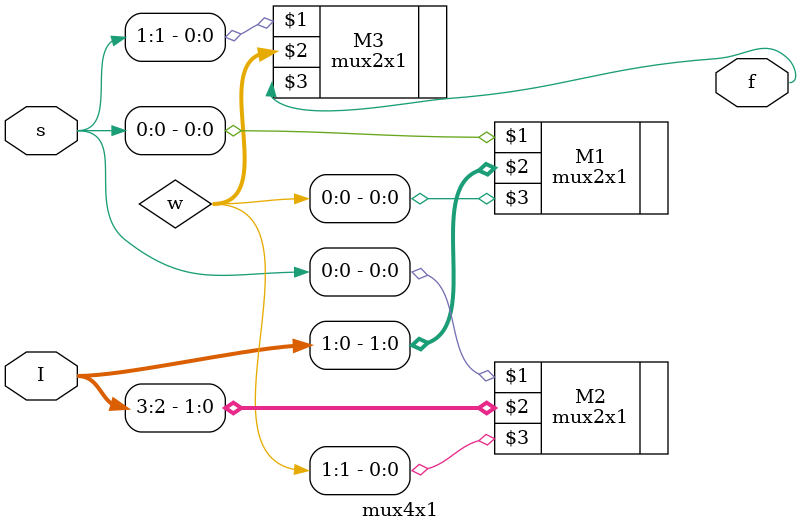
<source format=v>

module mux4x1 (
    input [1:0] s,
    input [3:0] I,
    output f
);

  wire [1:0] w;

  mux2x1 M1 (
      s[0],
      I[1:0],
      w[0]
  );
  mux2x1 M2 (
      s[0],
      I[3:2],
      w[1]
  );
  mux2x1 M3 (
      s[1],
      w[1:0],
      f
  );

endmodule

</source>
